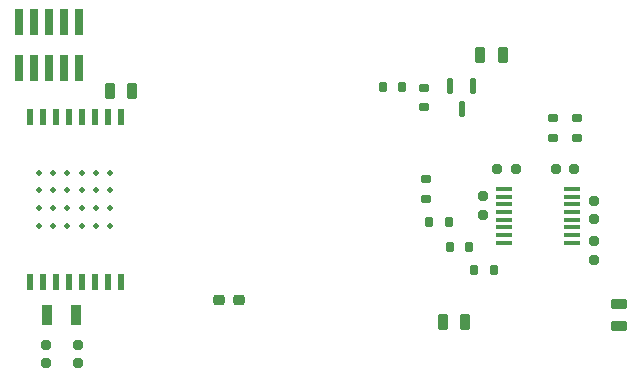
<source format=gtp>
%TF.GenerationSoftware,KiCad,Pcbnew,7.0.5+dfsg-2*%
%TF.CreationDate,2023-08-29T10:22:54-04:00*%
%TF.ProjectId,proto1_0,70726f74-6f31-45f3-902e-6b696361645f,rev?*%
%TF.SameCoordinates,Original*%
%TF.FileFunction,Paste,Top*%
%TF.FilePolarity,Positive*%
%FSLAX46Y46*%
G04 Gerber Fmt 4.6, Leading zero omitted, Abs format (unit mm)*
G04 Created by KiCad (PCBNEW 7.0.5+dfsg-2) date 2023-08-29 10:22:54*
%MOMM*%
%LPD*%
G01*
G04 APERTURE LIST*
G04 Aperture macros list*
%AMRoundRect*
0 Rectangle with rounded corners*
0 $1 Rounding radius*
0 $2 $3 $4 $5 $6 $7 $8 $9 X,Y pos of 4 corners*
0 Add a 4 corners polygon primitive as box body*
4,1,4,$2,$3,$4,$5,$6,$7,$8,$9,$2,$3,0*
0 Add four circle primitives for the rounded corners*
1,1,$1+$1,$2,$3*
1,1,$1+$1,$4,$5*
1,1,$1+$1,$6,$7*
1,1,$1+$1,$8,$9*
0 Add four rect primitives between the rounded corners*
20,1,$1+$1,$2,$3,$4,$5,0*
20,1,$1+$1,$4,$5,$6,$7,0*
20,1,$1+$1,$6,$7,$8,$9,0*
20,1,$1+$1,$8,$9,$2,$3,0*%
G04 Aperture macros list end*
%ADD10R,0.898400X1.698400*%
%ADD11C,0.497840*%
%ADD12R,0.596900X1.397000*%
%ADD13RoundRect,0.199200X0.250000X0.475000X-0.250000X0.475000X-0.250000X-0.475000X0.250000X-0.475000X0*%
%ADD14RoundRect,0.186700X-0.287500X-0.237500X0.287500X-0.237500X0.287500X0.237500X-0.287500X0.237500X0*%
%ADD15R,0.638400X2.298400*%
%ADD16RoundRect,0.099200X-0.150000X0.587500X-0.150000X-0.587500X0.150000X-0.587500X0.150000X0.587500X0*%
%ADD17RoundRect,0.149200X0.200000X0.275000X-0.200000X0.275000X-0.200000X-0.275000X0.200000X-0.275000X0*%
%ADD18RoundRect,0.174200X-0.225000X-0.250000X0.225000X-0.250000X0.225000X0.250000X-0.225000X0.250000X0*%
%ADD19RoundRect,0.149200X0.275000X-0.200000X0.275000X0.200000X-0.275000X0.200000X-0.275000X-0.200000X0*%
%ADD20RoundRect,0.149200X-0.200000X-0.275000X0.200000X-0.275000X0.200000X0.275000X-0.200000X0.275000X0*%
%ADD21RoundRect,0.199200X0.262500X0.450000X-0.262500X0.450000X-0.262500X-0.450000X0.262500X-0.450000X0*%
%ADD22RoundRect,0.049200X0.637500X0.100000X-0.637500X0.100000X-0.637500X-0.100000X0.637500X-0.100000X0*%
%ADD23RoundRect,0.174200X0.250000X-0.225000X0.250000X0.225000X-0.250000X0.225000X-0.250000X-0.225000X0*%
%ADD24RoundRect,0.174200X0.225000X0.250000X-0.225000X0.250000X-0.225000X-0.250000X0.225000X-0.250000X0*%
%ADD25RoundRect,0.174200X-0.250000X0.225000X-0.250000X-0.225000X0.250000X-0.225000X0.250000X0.225000X0*%
%ADD26RoundRect,0.149200X-0.275000X0.200000X-0.275000X-0.200000X0.275000X-0.200000X0.275000X0.200000X0*%
%ADD27RoundRect,0.199200X-0.475000X0.250000X-0.475000X-0.250000X0.475000X-0.250000X0.475000X0.250000X0*%
%ADD28RoundRect,0.199200X-0.250000X-0.475000X0.250000X-0.475000X0.250000X0.475000X-0.250000X0.475000X0*%
G04 APERTURE END LIST*
D10*
%TO.C,Y1*%
X84876000Y-78105000D03*
X87376000Y-78105000D03*
%TD*%
D11*
%TO.C,U1*%
X90238580Y-66062860D03*
X89039700Y-66062860D03*
X87838280Y-66062860D03*
X86639400Y-66062860D03*
X85437980Y-66062860D03*
X84239100Y-66062860D03*
X90238580Y-67561460D03*
X89039700Y-67561460D03*
X87838280Y-67561460D03*
X86639400Y-67561460D03*
X85437980Y-67561460D03*
X84239100Y-67561460D03*
X90238580Y-69062600D03*
X89039700Y-69062600D03*
X87838280Y-69062600D03*
X86639400Y-69062600D03*
X85437980Y-69062600D03*
X84239100Y-69062600D03*
X90238580Y-70561200D03*
X89039700Y-70561200D03*
X87838280Y-70561200D03*
X86639400Y-70561200D03*
X85437980Y-70561200D03*
X84239100Y-70561200D03*
D12*
X83439000Y-61313060D03*
X84538820Y-61313060D03*
X85638640Y-61313060D03*
X86738460Y-61313060D03*
X87838280Y-61313060D03*
X88938100Y-61313060D03*
X90037920Y-61313060D03*
X91137740Y-61313060D03*
X91137740Y-75311000D03*
X90037920Y-75311000D03*
X88938100Y-75311000D03*
X87838280Y-75311000D03*
X86738460Y-75311000D03*
X85638640Y-75311000D03*
X84538820Y-75311000D03*
X83439000Y-75311000D03*
%TD*%
D13*
%TO.C,C10*%
X92136000Y-59182000D03*
X90236000Y-59182000D03*
%TD*%
D14*
%TO.C,D1*%
X99455000Y-76835000D03*
X101205000Y-76835000D03*
%TD*%
D15*
%TO.C,J2*%
X87630000Y-53295000D03*
X87630000Y-57195000D03*
X86360000Y-53295000D03*
X86360000Y-57195000D03*
X85090000Y-53295000D03*
X85090000Y-57195000D03*
X83820000Y-53295000D03*
X83820000Y-57195000D03*
X82550000Y-53295000D03*
X82550000Y-57195000D03*
%TD*%
D16*
%TO.C,Q1*%
X120965000Y-58752500D03*
X119065000Y-58752500D03*
X120015000Y-60627500D03*
%TD*%
D17*
%TO.C,R6*%
X119000000Y-72390000D03*
X120650000Y-72390000D03*
%TD*%
D18*
%TO.C,C3*%
X128003000Y-65786000D03*
X129553000Y-65786000D03*
%TD*%
D19*
%TO.C,R3*%
X116967000Y-68262000D03*
X116967000Y-66612000D03*
%TD*%
D20*
%TO.C,R7*%
X113348000Y-58801000D03*
X114998000Y-58801000D03*
%TD*%
D19*
%TO.C,R9*%
X116840000Y-60515000D03*
X116840000Y-58865000D03*
%TD*%
D21*
%TO.C,R8*%
X120292500Y-78740000D03*
X118467500Y-78740000D03*
%TD*%
D22*
%TO.C,U2*%
X129367500Y-71998000D03*
X129367500Y-71348000D03*
X129367500Y-70698000D03*
X129367500Y-70048000D03*
X129367500Y-69398000D03*
X129367500Y-68748000D03*
X129367500Y-68098000D03*
X129367500Y-67448000D03*
X123642500Y-67448000D03*
X123642500Y-68098000D03*
X123642500Y-68748000D03*
X123642500Y-69398000D03*
X123642500Y-70048000D03*
X123642500Y-70698000D03*
X123642500Y-71348000D03*
X123642500Y-71998000D03*
%TD*%
D23*
%TO.C,C5*%
X131191000Y-73419000D03*
X131191000Y-71869000D03*
%TD*%
%TO.C,C4*%
X121793000Y-69609000D03*
X121793000Y-68059000D03*
%TD*%
D24*
%TO.C,C7*%
X124600000Y-65786000D03*
X123050000Y-65786000D03*
%TD*%
D17*
%TO.C,R4*%
X117285000Y-70231000D03*
X118935000Y-70231000D03*
%TD*%
D25*
%TO.C,C1*%
X84836000Y-80645000D03*
X84836000Y-82195000D03*
%TD*%
%TO.C,C2*%
X87503000Y-80632000D03*
X87503000Y-82182000D03*
%TD*%
D26*
%TO.C,R1*%
X129794000Y-63119000D03*
X129794000Y-61469000D03*
%TD*%
D23*
%TO.C,C6*%
X131191000Y-69990000D03*
X131191000Y-68440000D03*
%TD*%
D27*
%TO.C,C9*%
X133350000Y-77155000D03*
X133350000Y-79055000D03*
%TD*%
D26*
%TO.C,R2*%
X127762000Y-61469000D03*
X127762000Y-63119000D03*
%TD*%
D28*
%TO.C,C8*%
X121605000Y-56134000D03*
X123505000Y-56134000D03*
%TD*%
D17*
%TO.C,R5*%
X122745000Y-74295000D03*
X121095000Y-74295000D03*
%TD*%
M02*

</source>
